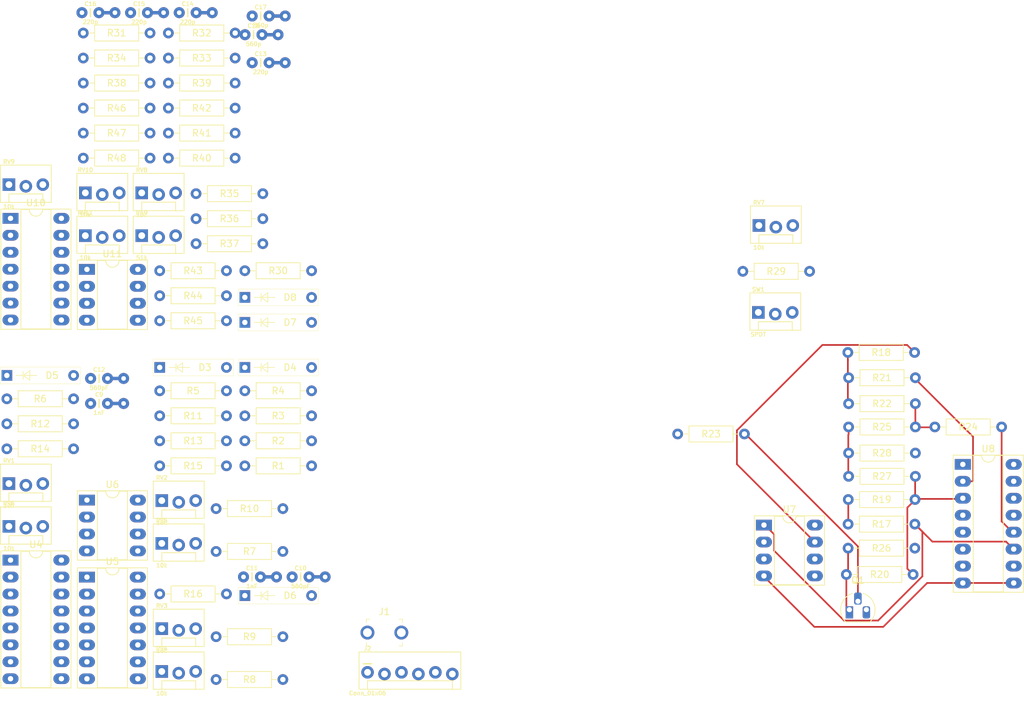
<source format=kicad_pcb>
(kicad_pcb (version 20211014) (generator pcbnew)
  (layers (0 "F.Cu" signal) (31 "B.Cu" signal) (34 "B.Paste" user) (35 "F.Paste" user) (36 "B.SilkS" user "B.Silkscreen") (37 "F.SilkS" user "F.Silkscreen") (38 "B.Mask" user) (39 "F.Mask" user) (44 "Edge.Cuts" user))
  (net 0 "")
  (net 1 "Net-(C9-Pad1)")
  (net 2 "/oscillators/OSC1_TRI_OUT")
  (net 3 "GND")
  (net 4 "Net-(C10-Pad2)")
  (net 5 "Net-(C11-Pad1)")
  (net 6 "/oscillators/OSC2_TRI_OUT")
  (net 7 "Net-(C12-Pad2)")
  (net 8 "Net-(C13-Pad1)")
  (net 9 "Net-(C13-Pad2)")
  (net 10 "Net-(C14-Pad1)")
  (net 11 "/filter/LP_OUT")
  (net 12 "Net-(C15-Pad1)")
  (net 13 "Net-(C16-Pad1)")
  (net 14 "Net-(C17-Pad2)")
  (net 15 "Net-(C18-Pad2)")
  (net 16 "Net-(D3-Pad2)")
  (net 17 "Net-(D3-Pad1)")
  (net 18 "Net-(D4-Pad1)")
  (net 19 "Net-(D5-Pad2)")
  (net 20 "Net-(D5-Pad1)")
  (net 21 "Net-(D6-Pad1)")
  (net 22 "Net-(D7-Pad2)")
  (net 23 "Net-(D7-Pad1)")
  (net 24 "Net-(D8-Pad1)")
  (net 25 "Vcc")
  (net 26 "Vee")
  (net 27 "Net-(Q1-Pad2)")
  (net 28 "Net-(Q1-Pad1)")
  (net 29 "/rungler/DATA_IN")
  (net 30 "Net-(R1-Pad1)")
  (net 31 "Net-(R2-Pad1)")
  (net 32 "Net-(R6-Pad1)")
  (net 33 "Net-(R7-Pad1)")
  (net 34 "Net-(R8-Pad1)")
  (net 35 "/rungler/CLOCK_IN")
  (net 36 "Net-(R11-Pad1)")
  (net 37 "Net-(R10-Pad1)")
  (net 38 "Net-(R14-Pad1)")
  (net 39 "Net-(R15-Pad1)")
  (net 40 "Net-(R16-Pad1)")
  (net 41 "/rungler/XOR_OUT")
  (net 42 "Net-(R17-Pad1)")
  (net 43 "/filter/RUNGLER_CV")
  (net 44 "Net-(R18-Pad1)")
  (net 45 "Net-(R19-Pad1)")
  (net 46 "Net-(R21-Pad1)")
  (net 47 "Net-(R22-Pad2)")
  (net 48 "Net-(R24-Pad1)")
  (net 49 "Net-(R25-Pad2)")
  (net 50 "Net-(R29-Pad2)")
  (net 51 "Net-(R29-Pad1)")
  (net 52 "Net-(R30-Pad1)")
  (net 53 "Net-(R31-Pad2)")
  (net 54 "Net-(R32-Pad2)")
  (net 55 "Net-(R35-Pad2)")
  (net 56 "/filter/PWM_OUT")
  (net 57 "Net-(R41-Pad2)")
  (net 58 "Net-(R43-Pad2)")
  (net 59 "Net-(R43-Pad1)")
  (net 60 "Net-(R47-Pad2)")
  (net 61 "Net-(R48-Pad2)")
  (net 62 "Net-(R49-Pad2)")
  (footprint "00-Mine:capacitor-TH-2.54mm_5mm" (layer "F.Cu") (at 197.273382 62.661552)
    (fp_text reference "C9")
    (fp_text value "1nF")
  )
  (footprint "00-Mine:capacitor-TH-2.54mm_5mm" (layer "F.Cu") (at 227.460411 88.661556)
    (fp_text reference "C10")
    (fp_text value "560pF")
  )
  (footprint "00-Mine:capacitor-TH-2.54mm_5mm" (layer "F.Cu") (at 220.173386 88.661556)
    (fp_text reference "C11")
    (fp_text value "1nF")
  )
  (footprint "00-Mine:capacitor-TH-2.54mm_5mm" (layer "F.Cu") (at 197.273382 58.91155)
    (fp_text reference "C12")
    (fp_text value "560pF")
  )
  (footprint "00-Mine:capacitor-TH-2.54mm_5mm" (layer "F.Cu") (at 221.473386 11.581532)
    (fp_text reference "C13")
    (fp_text value "220p")
  )
  (footprint "00-Mine:capacitor-TH-2.54mm_5mm" (layer "F.Cu") (at 210.547432 4.081528)
    (fp_text reference "C14")
    (fp_text value "220p")
  )
  (footprint "00-Mine:capacitor-TH-2.54mm_5mm" (layer "F.Cu") (at 203.260407 4.081528)
    (fp_text reference "C15")
    (fp_text value "220p")
  )
  (footprint "00-Mine:capacitor-TH-2.54mm_5mm" (layer "F.Cu") (at 195.973382 4.081528)
    (fp_text reference "C16")
    (fp_text value "220p")
  )
  (footprint "00-Mine:capacitor-TH-2.54mm_5mm" (layer "F.Cu") (at 221.473386 4.581528)
    (fp_text reference "C17")
    (fp_text value "560p")
  )
  (footprint "00-Mine:capacitor-TH-2.54mm_5mm" (layer "F.Cu") (at 220.402887 7.382029)
    (fp_text reference "C18")
    (fp_text value "560p")
  )
  (footprint "00-Mine:diode-TH" (layer "F.Cu") (at 206.352885 57.262047)
    (fp_text reference "D3")
    (fp_text value "1n4148")
  )
  (footprint "00-Mine:diode-TH" (layer "F.Cu") (at 219.102887 57.262047)
    (fp_text reference "D4")
    (fp_text value "1n4148")
  )
  (footprint "00-Mine:diode-TH" (layer "F.Cu") (at 183.452881 58.462049)
    (fp_text reference "D5")
    (fp_text value "1n4148")
  )
  (footprint "00-Mine:diode-TH" (layer "F.Cu") (at 219.102887 91.462057)
    (fp_text reference "D6")
    (fp_text value "1n4148")
  )
  (footprint "00-Mine:diode-TH" (layer "F.Cu") (at 219.102887 50.512045)
    (fp_text reference "D7")
    (fp_text value "1n4148")
  )
  (footprint "00-Mine:diode-TH" (layer "F.Cu") (at 219.102887 46.762043)
    (fp_text reference "D8")
    (fp_text value "1n4148")
  )
  (footprint "digikey-footprints:Test_Jack_Horiz" (layer "F.Cu") (at 240.006937 97.007059)
    (fp_text reference "J1")
    (fp_text value "LP OUT")
  )
  (footprint "00-Mine:MOLEX-1X6_LOCK" (layer "F.Cu") (at 237.485437 102.963561)
    (fp_text reference "J2")
    (fp_text value "Conn_01x06")
  )
  (footprint "00-Mine:resistor-TH-10mm" (layer "F.Cu") (at 224.102887 72.012055)
    (fp_text reference "R1")
    (fp_text value "100k")
  )
  (footprint "00-Mine:resistor-TH-10mm" (layer "F.Cu") (at 224.102887 68.262053)
    (fp_text reference "R2")
    (fp_text value "30k")
  )
  (footprint "00-Mine:resistor-TH-10mm" (layer "F.Cu") (at 224.102887 64.512051)
    (fp_text reference "R3")
    (fp_text value "510R")
  )
  (footprint "00-Mine:resistor-TH-10mm" (layer "F.Cu") (at 224.102887 60.762049)
    (fp_text reference "R4")
    (fp_text value "15k")
  )
  (footprint "00-Mine:resistor-TH-10mm" (layer "F.Cu") (at 211.352885 60.762049)
    (fp_text reference "R5")
    (fp_text value "10k")
  )
  (footprint "00-Mine:resistor-TH-10mm" (layer "F.Cu") (at 188.452881 61.962051)
    (fp_text reference "R6")
    (fp_text value "51k")
  )
  (footprint "00-Mine:resistor-TH-10mm" (layer "F.Cu") (at 219.799887 84.842059)
    (fp_text reference "R7")
    (fp_text value "51k")
  )
  (footprint "00-Mine:resistor-TH-10mm" (layer "F.Cu") (at 219.799887 104.042061)
    (fp_text reference "R8")
    (fp_text value "30k")
  )
  (footprint "00-Mine:resistor-TH-10mm" (layer "F.Cu") (at 219.799887 97.627059)
    (fp_text reference "R9")
    (fp_text value "100k")
  )
  (footprint "00-Mine:resistor-TH-10mm" (layer "F.Cu") (at 219.799887 78.427057)
    (fp_text reference "R10")
    (fp_text value "30k")
  )
  (footprint "00-Mine:resistor-TH-10mm" (layer "F.Cu") (at 211.352885 64.512051)
    (fp_text reference "R11")
    (fp_text value "510R")
  )
  (footprint "00-Mine:resistor-TH-10mm" (layer "F.Cu") (at 188.452881 65.712053)
    (fp_text reference "R12")
    (fp_text value "15k")
  )
  (footprint "00-Mine:resistor-TH-10mm" (layer "F.Cu") (at 211.352885 68.262053)
    (fp_text reference "R13")
    (fp_text value "10k")
  )
  (footprint "00-Mine:resistor-TH-10mm" (layer "F.Cu") (at 188.452881 69.462055)
    (fp_text reference "R14")
    (fp_text value "51k")
  )
  (footprint "00-Mine:resistor-TH-10mm" (layer "F.Cu") (at 211.352885 72.012055)
    (fp_text reference "R15")
    (fp_text value "51k")
  )
  (footprint "00-Mine:resistor-TH-10mm" (layer "F.Cu") (at 211.352885 91.212057)
    (fp_text reference "R16")
    (fp_text value "30k")
  )
  (footprint "00-Mine:resistor-TH-10mm" (layer "F.Cu") (at 314.46978 80.7466)
    (fp_text reference "R17")
    (fp_text value "15k")
  )
  (footprint "00-Mine:resistor-TH-10mm" (layer "F.Cu") (at 314.43168 55.0164)
    (fp_text reference "R18")
    (fp_text value "10k")
  )
  (footprint "00-Mine:resistor-TH-10mm" (layer "F.Cu") (at 314.496467 77.061621 180)
    (fp_text reference "R19")
    (fp_text value "30k")
  )
  (footprint "00-Mine:resistor-TH-10mm" (layer "F.Cu") (at 314.20816 88.29802 180)
    (fp_text reference "R20")
    (fp_text value "30k")
  )
  (footprint "00-Mine:resistor-TH-10mm" (layer "F.Cu") (at 314.54598 58.80354 180)
    (fp_text reference "R21")
    (fp_text value "30k")
  )
  (footprint "00-Mine:resistor-TH-10mm" (layer "F.Cu") (at 314.54598 62.69228)
    (fp_text reference "R22")
    (fp_text value "15k")
  )
  (footprint "00-Mine:resistor-TH-10mm" (layer "F.Cu") (at 327.46696 66.18224 180)
    (fp_text reference "R24")
    (fp_text value "30k")
  )
  (footprint "00-Mine:resistor-TH-10mm" (layer "F.Cu") (at 314.54598 66.18224 180)
    (fp_text reference "R25")
    (fp_text value "15k")
  )
  (footprint "00-Mine:resistor-TH-10mm" (layer "F.Cu") (at 314.46978 84.35086)
    (fp_text reference "R26")
    (fp_text value "62k")
  )
  (footprint "00-Mine:resistor-TH-10mm" (layer "F.Cu") (at 314.54598 70.09384)
    (fp_text reference "R28")
    (fp_text value "30k")
  )
  (footprint "00-Mine:resistor-TH-10mm" (layer "F.Cu") (at 298.70146 42.85234)
    (fp_text reference "R29")
    (fp_text value "62k")
  )
  (footprint "00-Mine:resistor-TH-10mm" (layer "F.Cu") (at 224.102887 42.762041)
    (fp_text reference "R30")
    (fp_text value "30k")
  )
  (footprint "00-Mine:resistor-TH-10mm" (layer "F.Cu") (at 199.902883 7.132029)
    (fp_text reference "R31")
    (fp_text value "30k")
  )
  (footprint "00-Mine:resistor-TH-10mm" (layer "F.Cu") (at 212.652885 7.132029)
    (fp_text reference "R32")
    (fp_text value "51k")
  )
  (footprint "00-Mine:resistor-TH-10mm" (layer "F.Cu") (at 212.652885 10.882031)
    (fp_text reference "R33")
    (fp_text value "100k")
  )
  (footprint "00-Mine:resistor-TH-10mm" (layer "F.Cu") (at 199.902883 10.882031)
    (fp_text reference "R34")
    (fp_text value "30k")
  )
  (footprint "00-Mine:resistor-TH-10mm" (layer "F.Cu") (at 216.796887 31.212039)
    (fp_text reference "R35")
    (fp_text value "30k")
  )
  (footprint "00-Mine:resistor-TH-10mm" (layer "F.Cu") (at 216.796887 34.962041)
    (fp_text reference "R36")
    (fp_text value "510R")
  )
  (footprint "00-Mine:resistor-TH-10mm" (layer "F.Cu") (at 216.796887 38.712043)
    (fp_text reference "R37")
    (fp_text value "150k")
  )
  (footprint "00-Mine:resistor-TH-10mm" (layer "F.Cu") (at 199.902883 14.632033)
    (fp_text reference "R38")
    (fp_text value "510R")
  )
  (footprint "00-Mine:resistor-TH-10mm" (layer "F.Cu") (at 212.652885 14.632033)
    (fp_text reference "R39")
    (fp_text value "470k")
  )
  (footprint "00-Mine:resistor-TH-10mm" (layer "F.Cu") (at 212.652885 25.882039)
    (fp_text reference "R40")
    (fp_text value "10k")
  )
  (footprint "00-Mine:resistor-TH-10mm" (layer "F.Cu") (at 212.652885 22.132037)
    (fp_text reference "R41")
    (fp_text value "15k")
  )
  (footprint "00-Mine:resistor-TH-10mm" (layer "F.Cu") (at 212.652885 18.382035)
    (fp_text reference "R42")
    (fp_text value "1k5")
  )
  (footprint "00-Mine:resistor-TH-10mm" (layer "F.Cu") (at 211.352885 42.762041)
    (fp_text reference "R43")
    (fp_text value "30k")
  )
  (footprint "00-Mine:resistor-TH-10mm" (layer "F.Cu") (at 211.352885 46.512043)
    (fp_text reference "R44")
    (fp_text value "100k")
  )
  (footprint "00-Mine:resistor-TH-10mm" (layer "F.Cu") (at 211.352885 50.262045)
    (fp_text reference "R45")
    (fp_text value "100k")
  )
  (footprint "00-Mine:resistor-TH-10mm" (layer "F.Cu") (at 199.902883 18.382035)
    (fp_text reference "R46")
    (fp_text value "10k")
  )
  (footprint "00-Mine:resistor-TH-10mm" (layer "F.Cu") (at 199.902883 22.132037)
    (fp_text reference "R47")
    (fp_text value "51k")
  )
  (footprint "00-Mine:resistor-TH-10mm" (layer "F.Cu") (at 199.902883 25.882039)
    (fp_text reference "R48")
    (fp_text value "51k")
  )
  (footprint "00-Mine:MOLEX-1X3_LOCK" (layer "F.Cu") (at 203.658385 37.633543)
    (fp_text reference "R49")
    (fp_text value "51k")
  )
  (footprint "00-Mine:MOLEX-1X3_LOCK" (layer "F.Cu") (at 183.761381 74.798557)
    (fp_text reference "RV1")
    (fp_text value "10k")
  )
  (footprint "00-Mine:MOLEX-1X3_LOCK" (layer "F.Cu") (at 206.661385 77.348557)
    (fp_text reference "RV2")
    (fp_text value "10k")
  )
  (footprint "00-Mine:MOLEX-1X3_LOCK" (layer "F.Cu") (at 206.661385 96.548559)
    (fp_text reference "RV3")
    (fp_text value "10k")
  )
  (footprint "00-Mine:MOLEX-1X3_LOCK" (layer "F.Cu") (at 206.661385 102.963561)
    (fp_text reference "RV4")
    (fp_text value "10k")
  )
  (footprint "00-Mine:MOLEX-1X3_LOCK" (layer "F.Cu") (at 206.661385 83.763559)
    (fp_text reference "RV5")
    (fp_text value "10k")
  )
  (footprint "00-Mine:MOLEX-1X3_LOCK" (layer "F.Cu") (at 183.761381 81.213559)
    (fp_text reference "RV6")
    (fp_text value "10k")
  )
  (footprint "00-Mine:MOLEX-1X3_LOCK" (layer "F.Cu") (at 296.107511 36.108041)
    (fp_text reference "RV7")
    (fp_text value "10k")
  )
  (footprint "00-Mine:MOLEX-1X3_LOCK" (layer "F.Cu") (at 203.658385 31.218541)
    (fp_text reference "RV8")
    (fp_text value "10k")
  )
  (footprint "00-Mine:MOLEX-1X3_LOCK" (layer "F.Cu") (at 183.761381 29.983543)
    (fp_text reference "RV9")
    (fp_text value "10k")
  )
  (footprint "00-Mine:MOLEX-1X3_LOCK" (layer "F.Cu") (at 195.211383 31.218541)
    (fp_text reference "RV10")
    (fp_text value "10k")
  )
  (footprint "00-Mine:MOLEX-1X3_LOCK" (layer "F.Cu") (at 195.211383 37.633543)
    (fp_text reference "RV11")
    (fp_text value "10k")
  )
  (footprint "00-Mine:MOLEX-1X3_LOCK" (layer "F.Cu") (at 296.0243 49.13884)
    (fp_text reference "SW1")
    (fp_text value "SPDT")
  )
  (footprint "Package_DIP:DIP-16_W7.62mm_Socket_LongPads" (layer "F.Cu") (at 184.002881 86.142061)
    (fp_text reference "U4")
    (fp_text value "V2164")
  )
  (footprint "00-Mine:DIP-14" (layer "F.Cu") (at 195.452883 88.692061)
    (fp_text reference "U5")
    (fp_text value "TL074")
  )
  (footprint "00-Mine:DIP-8" (layer "F.Cu") (at 195.452883 77.142059)
    (fp_text reference "U6")
    (fp_text value "TL072")
  )
  (footprint "00-Mine:DIP-8" (layer "F.Cu") (at 296.86504 80.88884)
    (fp_text reference "U7")
    (fp_text value "TL072")
  )
  (footprint "00-Mine:DIP-14" (layer "F.Cu") (at 184.002881 34.912045)
    (fp_text reference "U10")
    (fp_text value "TL074")
  )
  (footprint "00-Mine:DIP-8" (layer "F.Cu") (at 195.452883 42.562045)
    (fp_text reference "U11")
    (fp_text value "TL072")
  )
  (footprint "00-Mine:DIP-16" (layer "F.Cu") (at 326.6567 71.7931)
    (fp_text reference "U8")
    (fp_text value "4021")
  )
  (footprint "00-Mine:resistor-TH-10mm" (layer "F.Cu") (at 314.54598 73.58634 180)
    (fp_text reference "R27")
    (fp_text value "30k")
  )
  (footprint "00-Mine:TO-92_HandSolder" (layer "F.Cu") (at 309.66918 93.57614)
    (fp_text reference "Q1")
    (fp_text value "BC547")
  )
  (footprint "00-Mine:resistor-TH-10mm" (layer "F.Cu") (at 288.94024 67.23634)
    (fp_text reference "R23")
    (fp_text value "100k")
  )
  (segment (start 326.6567 89.5731) (end 334.15732 89.5731) (width 0.25) (layer "F.Cu") (net 26))
  (segment (start 314.73394 96.14916) (end 304.41392 96.14916) (width 0.25) (layer "F.Cu") (net 26))
  (segment (start 326.6567 89.5731) (end 321.31 89.5731) (width 0.25) (layer "F.Cu") (net 26))
  (segment (start 304.41392 96.14916) (end 296.89044 88.62568) (width 0.25) (layer "F.Cu") (net 26))
  (segment (start 321.31 89.5731) (end 314.73394 96.14916) (width 0.25) (layer "F.Cu") (net 26))
  (segment (start 300.018628 73.166148) (end 294.0304 67.17792) (width 0.25) (layer "F.Cu") (net 27))
  (segment (start 310.93918 84.0867) (end 300.018628 73.166148) (width 0.25) (layer "F.Cu") (net 27))
  (segment (start 310.93918 92.30614) (end 310.93918 84.0867) (width 0.25) (layer "F.Cu") (net 27))
  (segment (start 309.20816 93.806) (end 309.62092 94.21876) (width 0.25) (layer "F.Cu") (net 28))
  (segment (start 309.46978 84.35086) (end 309.46978 87.98434) (width 0.25) (layer "F.Cu") (net 28))
  (segment (start 309.20816 88.29802) (end 309.20816 93.806) (width 0.25) (layer "F.Cu") (net 28))
  (segment (start 309.46978 87.98434) (end 309.18658 88.26754) (width 0.25) (layer "F.Cu") (net 28))
  (segment (start 298.39005 84.732012) (end 298.39005 82.27669) (width 0.25) (layer "F.Cu") (net 41))
  (segment (start 298.39005 82.27669) (end 296.8244 80.71104) (width 0.25) (layer "F.Cu") (net 41))
  (segment (start 333.12629 83.36809) (end 334.3529 84.5947) (width 0.25) (layer "F.Cu") (net 41))
  (segment (start 319.46978 80.7466) (end 320.594781 81.871601) (width 0.25) (layer "F.Cu") (net 41))
  (segment (start 308.859179 95.201141) (end 298.39005 84.732012) (width 0.25) (layer "F.Cu") (net 41))
  (segment (start 320.594781 81.871601) (end 320.594781 88.576401) (width 0.25) (layer "F.Cu") (net 41))
  (segment (start 320.594781 88.576401) (end 313.970041 95.201141) (width 0.25) (layer "F.Cu") (net 41))
  (segment (start 319.46978 80.7466) (end 322.09127 83.36809) (width 0.25) (layer "F.Cu") (net 41))
  (segment (start 313.970041 95.201141) (end 308.859179 95.201141) (width 0.25) (layer "F.Cu") (net 41))
  (segment (start 322.09127 83.36809) (end 333.12629 83.36809) (width 0.25) (layer "F.Cu") (net 41))
  (segment (start 309.496467 77.061621) (end 309.496467 80.807553) (width 0.25) (layer "F.Cu") (net 42))
  (segment (start 292.815239 66.696339) (end 292.815239 71.771739) (width 0.25) (layer "F.Cu") (net 43))
  (segment (start 305.620179 53.891399) (end 292.815239 66.696339) (width 0.25) (layer "F.Cu") (net 43))
  (segment (start 292.815239 71.771739) (end 304.54092 83.49742) (width 0.25) (layer "F.Cu") (net 43))
  (segment (start 319.43168 55.0164) (end 318.306679 53.891399) (width 0.25) (layer "F.Cu") (net 43))
  (segment (start 318.306679 53.891399) (end 305.620179 53.891399) (width 0.25) (layer "F.Cu") (net 43))
  (segment (start 309.43168 55.0164) (end 309.43168 56.14777) (width 0.25) (layer "F.Cu") (net 44))
  (segment (start 309.4355 56.15159) (end 309.4355 62.76086) (width 0.25) (layer "F.Cu") (net 44))
  (segment (start 309.43168 56.14777) (end 309.4355 56.15159) (width 0.25) (layer "F.Cu") (net 44))
  (segment (start 319.64884 76.96962) (end 326.78624 76.96962) (width 0.25) (layer "F.Cu") (net 45))
  (segment (start 318.344779 87.434639) (end 318.344779 78.273681) (width 0.25) (layer "F.Cu") (net 45))
  (segment (start 319.605099 77.061621) (end 319.51168 76.968202) (width 0.25) (layer "F.Cu") (net 45))
  (segment (start 319.54598 73.58634) (end 319.54598 73.64604) (width 0.25) (layer "F.Cu") (net 45))
  (segment (start 319.20816 88.29802) (end 318.344779 87.434639) (width 0.25) (layer "F.Cu") (net 45))
  (segment (start 319.496467 77.061621) (end 319.605099 77.061621) (width 0.25) (layer "F.Cu") (net 45))
  (segment (start 319.51168 76.968202) (end 319.51168 73.54824) (width 0.25) (layer "F.Cu") (net 45))
  (segment (start 319.52438 77.09408) (end 319.64884 76.96962) (width 0.25) (layer "F.Cu") (net 45))
  (segment (start 319.54598 73.64604) (end 319.51168 73.68034) (width 0.25) (layer "F.Cu") (net 45))
  (segment (start 318.344779 78.273681) (end 319.52438 77.09408) (width 0.25) (layer "F.Cu") (net 45))
  (segment (start 326.6567 74.3331) (end 328.1067 74.3331) (width 0.25) (layer "F.Cu") (net 46))
  (segment (start 328.181701 74.258099) (end 328.181701 67.636121) (width 0.25) (layer "F.Cu") (net 46))
  (segment (start 328.1067 74.3331) (end 328.181701 74.258099) (width 0.25) (layer "F.Cu") (net 46))
  (segment (start 328.181701 67.636121) (end 319.39738 58.8518) (width 0.25) (layer "F.Cu") (net 46))
  (segment (start 319.54598 62.69228) (end 319.54598 66.14032) (width 0.25) (layer "F.Cu") (net 47))
  (segment (start 319.54598 66.14032) (end 319.64632 66.24066) (width 0.25) (layer "F.Cu") (net 47))
  (segment (start 319.64632 66.24066) (end 322.4911 66.24066) (width 0.25) (layer "F.Cu") (net 47))
  (segment (start 332.46696 80.33894) (end 334.19542 82.0674) (width 0.25) (layer "F.Cu") (net 48))
  (segment (start 332.46696 66.18224) (end 332.46696 80.33894) (width 0.25) (layer "F.Cu") (net 48))
  (segment (start 309.54598 66.18224) (end 309.54598 67.31361) (width 0.25) (layer "F.Cu") (net 49))
  (segment (start 309.49646 67.36313) (end 309.49646 69.90842) (width 0.25) (layer "F.Cu") (net 49))
  (segment (start 309.54598 67.31361) (end 309.49646 67.36313) (width 0.25) (layer "F.Cu") (net 49))
  (segment (start 309.49646 69.90842) (end 309.49646 73.51522) (width 0.25) (layer "F.Cu") (net 49))
)
</source>
